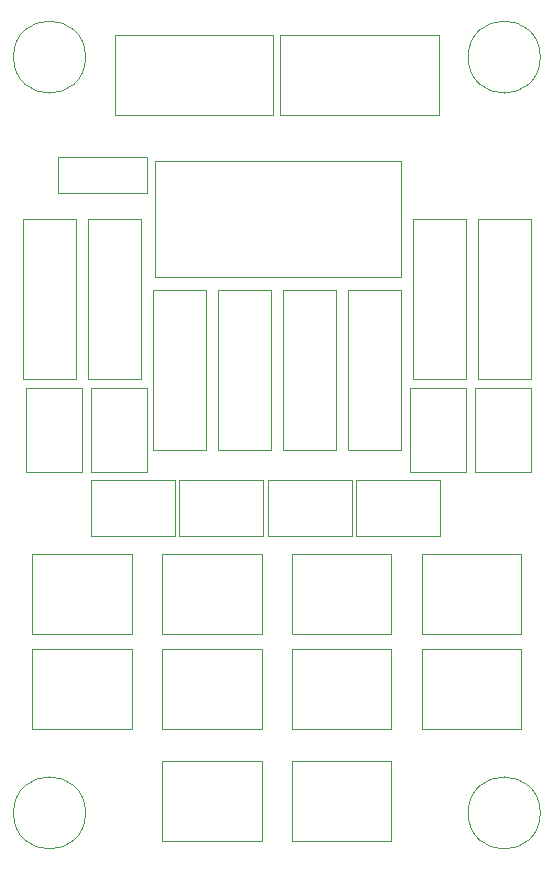
<source format=gbr>
G04 #@! TF.GenerationSoftware,KiCad,Pcbnew,(5.1.7)-1*
G04 #@! TF.CreationDate,2020-12-19T16:12:24+02:00*
G04 #@! TF.ProjectId,8_switch_array,385f7377-6974-4636-985f-61727261792e,rev?*
G04 #@! TF.SameCoordinates,Original*
G04 #@! TF.FileFunction,Other,User*
%FSLAX46Y46*%
G04 Gerber Fmt 4.6, Leading zero omitted, Abs format (unit mm)*
G04 Created by KiCad (PCBNEW (5.1.7)-1) date 2020-12-19 16:12:24*
%MOMM*%
%LPD*%
G01*
G04 APERTURE LIST*
%ADD10C,0.050000*%
G04 APERTURE END LIST*
D10*
X148050000Y-103350000D02*
X156450000Y-103350000D01*
X148050000Y-96600000D02*
X148050000Y-103350000D01*
X156450000Y-96600000D02*
X148050000Y-96600000D01*
X156450000Y-103350000D02*
X156450000Y-96600000D01*
X136450000Y-45800000D02*
X136450000Y-55600000D01*
X157300000Y-45800000D02*
X136450000Y-45800000D01*
X157300000Y-55600000D02*
X157300000Y-45800000D01*
X136450000Y-55600000D02*
X157300000Y-55600000D01*
X135750000Y-48500000D02*
X135750000Y-45500000D01*
X135750000Y-45500000D02*
X128250000Y-45500000D01*
X128250000Y-45500000D02*
X128250000Y-48500000D01*
X128250000Y-48500000D02*
X135750000Y-48500000D01*
X162730000Y-64990000D02*
X162730000Y-72090000D01*
X162730000Y-64990000D02*
X157990000Y-64990000D01*
X157990000Y-72090000D02*
X162730000Y-72090000D01*
X157990000Y-72090000D02*
X157990000Y-64990000D01*
X168250000Y-50750000D02*
X163750000Y-50750000D01*
X163750000Y-50750000D02*
X163750000Y-64250000D01*
X163750000Y-64250000D02*
X168250000Y-64250000D01*
X168250000Y-64250000D02*
X168250000Y-50750000D01*
X162750000Y-50750000D02*
X158250000Y-50750000D01*
X158250000Y-50750000D02*
X158250000Y-64250000D01*
X158250000Y-64250000D02*
X162750000Y-64250000D01*
X162750000Y-64250000D02*
X162750000Y-50750000D01*
X146250000Y-56750000D02*
X141750000Y-56750000D01*
X141750000Y-56750000D02*
X141750000Y-70250000D01*
X141750000Y-70250000D02*
X146250000Y-70250000D01*
X146250000Y-70250000D02*
X146250000Y-56750000D01*
X140750000Y-56750000D02*
X136250000Y-56750000D01*
X136250000Y-56750000D02*
X136250000Y-70250000D01*
X136250000Y-70250000D02*
X140750000Y-70250000D01*
X140750000Y-70250000D02*
X140750000Y-56750000D01*
X168230000Y-64990000D02*
X168230000Y-72090000D01*
X168230000Y-64990000D02*
X163490000Y-64990000D01*
X163490000Y-72090000D02*
X168230000Y-72090000D01*
X163490000Y-72090000D02*
X163490000Y-64990000D01*
X138490000Y-72770000D02*
X145590000Y-72770000D01*
X138490000Y-72770000D02*
X138490000Y-77510000D01*
X145590000Y-77510000D02*
X145590000Y-72770000D01*
X145590000Y-77510000D02*
X138490000Y-77510000D01*
X130990000Y-72770000D02*
X138090000Y-72770000D01*
X130990000Y-72770000D02*
X130990000Y-77510000D01*
X138090000Y-77510000D02*
X138090000Y-72770000D01*
X138090000Y-77510000D02*
X130990000Y-77510000D01*
X167450000Y-93850000D02*
X167450000Y-87100000D01*
X167450000Y-87100000D02*
X159050000Y-87100000D01*
X159050000Y-87100000D02*
X159050000Y-93850000D01*
X159050000Y-93850000D02*
X167450000Y-93850000D01*
X156450000Y-93850000D02*
X156450000Y-87100000D01*
X156450000Y-87100000D02*
X148050000Y-87100000D01*
X148050000Y-87100000D02*
X148050000Y-93850000D01*
X148050000Y-93850000D02*
X156450000Y-93850000D01*
X167450000Y-85850000D02*
X167450000Y-79100000D01*
X167450000Y-79100000D02*
X159050000Y-79100000D01*
X159050000Y-79100000D02*
X159050000Y-85850000D01*
X159050000Y-85850000D02*
X167450000Y-85850000D01*
X156450000Y-85850000D02*
X156450000Y-79100000D01*
X156450000Y-79100000D02*
X148050000Y-79100000D01*
X148050000Y-79100000D02*
X148050000Y-85850000D01*
X148050000Y-85850000D02*
X156450000Y-85850000D01*
X169050000Y-37000000D02*
G75*
G03*
X169050000Y-37000000I-3050000J0D01*
G01*
X169050000Y-101000000D02*
G75*
G03*
X169050000Y-101000000I-3050000J0D01*
G01*
X130550000Y-101000000D02*
G75*
G03*
X130550000Y-101000000I-3050000J0D01*
G01*
X130550000Y-37000000D02*
G75*
G03*
X130550000Y-37000000I-3050000J0D01*
G01*
X135250000Y-50750000D02*
X130750000Y-50750000D01*
X130750000Y-50750000D02*
X130750000Y-64250000D01*
X130750000Y-64250000D02*
X135250000Y-64250000D01*
X135250000Y-64250000D02*
X135250000Y-50750000D01*
X151750000Y-56750000D02*
X147250000Y-56750000D01*
X147250000Y-56750000D02*
X147250000Y-70250000D01*
X147250000Y-70250000D02*
X151750000Y-70250000D01*
X151750000Y-70250000D02*
X151750000Y-56750000D01*
X129750000Y-50750000D02*
X125250000Y-50750000D01*
X125250000Y-50750000D02*
X125250000Y-64250000D01*
X125250000Y-64250000D02*
X129750000Y-64250000D01*
X129750000Y-64250000D02*
X129750000Y-50750000D01*
X157250000Y-56750000D02*
X152750000Y-56750000D01*
X152750000Y-56750000D02*
X152750000Y-70250000D01*
X152750000Y-70250000D02*
X157250000Y-70250000D01*
X157250000Y-70250000D02*
X157250000Y-56750000D01*
X135730000Y-64990000D02*
X135730000Y-72090000D01*
X135730000Y-64990000D02*
X130990000Y-64990000D01*
X130990000Y-72090000D02*
X135730000Y-72090000D01*
X130990000Y-72090000D02*
X130990000Y-64990000D01*
X145990000Y-72770000D02*
X153090000Y-72770000D01*
X145990000Y-72770000D02*
X145990000Y-77510000D01*
X153090000Y-77510000D02*
X153090000Y-72770000D01*
X153090000Y-77510000D02*
X145990000Y-77510000D01*
X130230000Y-64990000D02*
X130230000Y-72090000D01*
X130230000Y-64990000D02*
X125490000Y-64990000D01*
X125490000Y-72090000D02*
X130230000Y-72090000D01*
X125490000Y-72090000D02*
X125490000Y-64990000D01*
X153490000Y-72770000D02*
X160590000Y-72770000D01*
X153490000Y-72770000D02*
X153490000Y-77510000D01*
X160590000Y-77510000D02*
X160590000Y-72770000D01*
X160590000Y-77510000D02*
X153490000Y-77510000D01*
X145450000Y-103350000D02*
X145450000Y-96600000D01*
X145450000Y-96600000D02*
X137050000Y-96600000D01*
X137050000Y-96600000D02*
X137050000Y-103350000D01*
X137050000Y-103350000D02*
X145450000Y-103350000D01*
X145450000Y-85850000D02*
X145450000Y-79100000D01*
X145450000Y-79100000D02*
X137050000Y-79100000D01*
X137050000Y-79100000D02*
X137050000Y-85850000D01*
X137050000Y-85850000D02*
X145450000Y-85850000D01*
X134450000Y-93850000D02*
X134450000Y-87100000D01*
X134450000Y-87100000D02*
X126050000Y-87100000D01*
X126050000Y-87100000D02*
X126050000Y-93850000D01*
X126050000Y-93850000D02*
X134450000Y-93850000D01*
X134450000Y-85850000D02*
X134450000Y-79100000D01*
X134450000Y-79100000D02*
X126050000Y-79100000D01*
X126050000Y-79100000D02*
X126050000Y-85850000D01*
X126050000Y-85850000D02*
X134450000Y-85850000D01*
X145450000Y-93850000D02*
X145450000Y-87100000D01*
X145450000Y-87100000D02*
X137050000Y-87100000D01*
X137050000Y-87100000D02*
X137050000Y-93850000D01*
X137050000Y-93850000D02*
X145450000Y-93850000D01*
X147050000Y-35150000D02*
X147050000Y-41900000D01*
X147050000Y-41900000D02*
X160450000Y-41900000D01*
X160450000Y-41900000D02*
X160450000Y-35150000D01*
X160450000Y-35150000D02*
X147050000Y-35150000D01*
X133050000Y-35150000D02*
X133050000Y-41900000D01*
X133050000Y-41900000D02*
X146450000Y-41900000D01*
X146450000Y-41900000D02*
X146450000Y-35150000D01*
X146450000Y-35150000D02*
X133050000Y-35150000D01*
M02*

</source>
